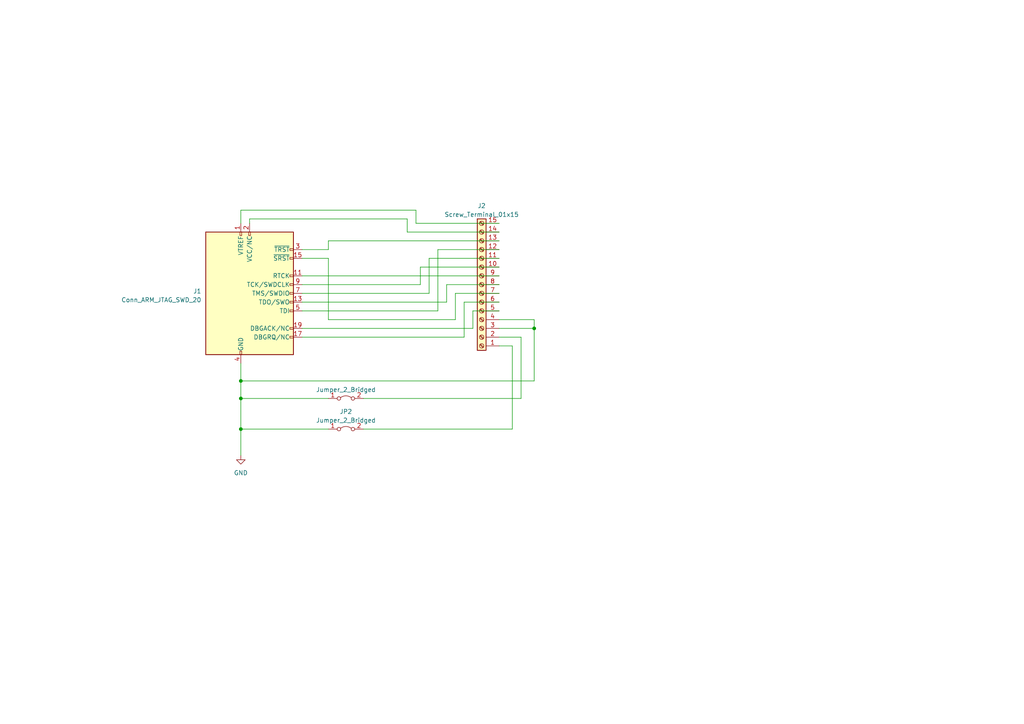
<source format=kicad_sch>
(kicad_sch (version 20230121) (generator eeschema)
  (paper "A4")
  (lib_symbols
    (symbol "Connector:Conn_ARM_JTAG_SWD_20" (pin_names (offset 1.016))
      (property "Reference" "J" (at -5.08 21.59 0))
      (property "Value" "Conn_ARM_JTAG_SWD_20" (at -5.08 19.05 0))
      (symbol "Conn_ARM_JTAG_SWD_20_0_1"
        (rectangle (start -12.7 17.78) (end 12.7 -17.78) (stroke (width 0.254)) (fill (type background)))
        (rectangle (start -2.794 -17.78) (end -2.286 -16.764))
        (rectangle (start -2.794 17.78) (end -2.286 16.764))
        (rectangle (start -0.254 17.78) (end 0.254 16.764))
        (rectangle (start 11.684 2.286) (end 12.7 2.794))
        (rectangle (start 12.7 -12.446) (end 11.684 -12.954))
        (rectangle (start 12.7 -9.906) (end 11.684 -10.414))
        (rectangle (start 12.7 -2.794) (end 11.684 -2.286))
        (rectangle (start 12.7 -0.254) (end 11.684 0.254))
        (rectangle (start 12.7 4.826) (end 11.684 5.334))
        (rectangle (start 12.7 10.414) (end 11.684 9.906))
        (rectangle (start 12.7 12.954) (end 11.684 12.446))
      )
      (symbol "Conn_ARM_JTAG_SWD_20_1_1"
        (rectangle (start 11.684 -5.334) (end 12.7 -4.826))
        (pin power_in line (at -2.54 20.32 270) (length 2.54) (name "VTREF") (number "1"))
        (pin passive line (at -2.54 -20.32 90) (length 2.54) hide (name "GND") (number "10"))
        (pin input line (at 15.24 5.08 180) (length 2.54) (name "RTCK") (number "11"))
        (pin passive line (at -2.54 -20.32 90) (length 2.54) hide (name "GND") (number "12"))
        (pin input line (at 15.24 -2.54 180) (length 2.54) (name "TDO/SWO") (number "13"))
        (pin passive line (at -2.54 -20.32 90) (length 2.54) hide (name "GND") (number "14"))
        (pin bidirectional line (at 15.24 10.16 180) (length 2.54) (name "~{SRST}") (number "15"))
        (pin passive line (at -2.54 -20.32 90) (length 2.54) hide (name "GND") (number "16"))
        (pin output line (at 15.24 -12.7 180) (length 2.54) (name "DBGRQ/NC") (number "17"))
        (pin passive line (at -2.54 -20.32 90) (length 2.54) hide (name "GND") (number "18"))
        (pin input line (at 15.24 -10.16 180) (length 2.54) (name "DBGACK/NC") (number "19"))
        (pin power_in line (at 0 20.32 270) (length 2.54) (name "VCC/NC") (number "2"))
        (pin passive line (at -2.54 -20.32 90) (length 2.54) hide (name "GND") (number "20"))
        (pin output line (at 15.24 12.7 180) (length 2.54) (name "~{TRST}") (number "3"))
        (pin power_in line (at -2.54 -20.32 90) (length 2.54) (name "GND") (number "4"))
        (pin output line (at 15.24 -5.08 180) (length 2.54) (name "TDI") (number "5"))
        (pin passive line (at -2.54 -20.32 90) (length 2.54) hide (name "GND") (number "6"))
        (pin output line (at 15.24 0 180) (length 2.54) (name "TMS/SWDIO") (number "7"))
        (pin passive line (at -2.54 -20.32 90) (length 2.54) hide (name "GND") (number "8"))
        (pin output line (at 15.24 2.54 180) (length 2.54) (name "TCK/SWDCLK") (number "9"))
      )
    )
    (symbol "Connector:Screw_Terminal_01x15" (pin_names (offset 1.016) hide)
      (property "Reference" "J" (at 0 20.32 0))
      (property "Value" "Screw_Terminal_01x15" (at 0 -20.32 0))
      (symbol "Screw_Terminal_01x15_1_1"
        (rectangle (start -1.27 19.05) (end 1.27 -19.05) (stroke (width 0.254)) (fill (type background)))
        (circle (center 0 -17.78) (radius 0.635) (stroke (width 0.1524)))
        (circle (center 0 -15.24) (radius 0.635) (stroke (width 0.1524)))
        (circle (center 0 -12.7) (radius 0.635) (stroke (width 0.1524)))
        (circle (center 0 -10.16) (radius 0.635) (stroke (width 0.1524)))
        (circle (center 0 -7.62) (radius 0.635) (stroke (width 0.1524)))
        (circle (center 0 -5.08) (radius 0.635) (stroke (width 0.1524)))
        (circle (center 0 -2.54) (radius 0.635) (stroke (width 0.1524)))
        (polyline (pts (xy -0.5334 -17.4498) (xy 0.3302 -18.288)) (stroke (width 0.1524)))
        (polyline (pts (xy -0.5334 -14.9098) (xy 0.3302 -15.748)) (stroke (width 0.1524)))
        (polyline (pts (xy -0.5334 -12.3698) (xy 0.3302 -13.208)) (stroke (width 0.1524)))
        (polyline (pts (xy -0.5334 -9.8298) (xy 0.3302 -10.668)) (stroke (width 0.1524)))
        (polyline (pts (xy -0.5334 -7.2898) (xy 0.3302 -8.128)) (stroke (width 0.1524)))
        (polyline (pts (xy -0.5334 -4.7498) (xy 0.3302 -5.588)) (stroke (width 0.1524)))
        (polyline (pts (xy -0.5334 -2.2098) (xy 0.3302 -3.048)) (stroke (width 0.1524)))
        (polyline (pts (xy -0.5334 0.3302) (xy 0.3302 -0.508)) (stroke (width 0.1524)))
        (polyline (pts (xy -0.5334 2.8702) (xy 0.3302 2.032)) (stroke (width 0.1524)))
        (polyline (pts (xy -0.5334 5.4102) (xy 0.3302 4.572)) (stroke (width 0.1524)))
        (polyline (pts (xy -0.5334 7.9502) (xy 0.3302 7.112)) (stroke (width 0.1524)))
        (polyline (pts (xy -0.5334 10.4902) (xy 0.3302 9.652)) (stroke (width 0.1524)))
        (polyline (pts (xy -0.5334 13.0302) (xy 0.3302 12.192)) (stroke (width 0.1524)))
        (polyline (pts (xy -0.5334 15.5702) (xy 0.3302 14.732)) (stroke (width 0.1524)))
        (polyline (pts (xy -0.5334 18.1102) (xy 0.3302 17.272)) (stroke (width 0.1524)))
        (polyline (pts (xy -0.3556 -17.272) (xy 0.508 -18.1102)) (stroke (width 0.1524)))
        (polyline (pts (xy -0.3556 -14.732) (xy 0.508 -15.5702)) (stroke (width 0.1524)))
        (polyline (pts (xy -0.3556 -12.192) (xy 0.508 -13.0302)) (stroke (width 0.1524)))
        (polyline (pts (xy -0.3556 -9.652) (xy 0.508 -10.4902)) (stroke (width 0.1524)))
        (polyline (pts (xy -0.3556 -7.112) (xy 0.508 -7.9502)) (stroke (width 0.1524)))
        (polyline (pts (xy -0.3556 -4.572) (xy 0.508 -5.4102)) (stroke (width 0.1524)))
        (polyline (pts (xy -0.3556 -2.032) (xy 0.508 -2.8702)) (stroke (width 0.1524)))
        (polyline (pts (xy -0.3556 0.508) (xy 0.508 -0.3302)) (stroke (width 0.1524)))
        (polyline (pts (xy -0.3556 3.048) (xy 0.508 2.2098)) (stroke (width 0.1524)))
        (polyline (pts (xy -0.3556 5.588) (xy 0.508 4.7498)) (stroke (width 0.1524)))
        (polyline (pts (xy -0.3556 8.128) (xy 0.508 7.2898)) (stroke (width 0.1524)))
        (polyline (pts (xy -0.3556 10.668) (xy 0.508 9.8298)) (stroke (width 0.1524)))
        (polyline (pts (xy -0.3556 13.208) (xy 0.508 12.3698)) (stroke (width 0.1524)))
        (polyline (pts (xy -0.3556 15.748) (xy 0.508 14.9098)) (stroke (width 0.1524)))
        (polyline (pts (xy -0.3556 18.288) (xy 0.508 17.4498)) (stroke (width 0.1524)))
        (circle (center 0 0) (radius 0.635) (stroke (width 0.1524)))
        (circle (center 0 2.54) (radius 0.635) (stroke (width 0.1524)))
        (circle (center 0 5.08) (radius 0.635) (stroke (width 0.1524)))
        (circle (center 0 7.62) (radius 0.635) (stroke (width 0.1524)))
        (circle (center 0 10.16) (radius 0.635) (stroke (width 0.1524)))
        (circle (center 0 12.7) (radius 0.635) (stroke (width 0.1524)))
        (circle (center 0 15.24) (radius 0.635) (stroke (width 0.1524)))
        (circle (center 0 17.78) (radius 0.635) (stroke (width 0.1524)))
        (pin passive line (at -5.08 17.78 0) (length 3.81) (name "Pin_1") (number "1"))
        (pin passive line (at -5.08 -5.08 0) (length 3.81) (name "Pin_10") (number "10"))
        (pin passive line (at -5.08 -7.62 0) (length 3.81) (name "Pin_11") (number "11"))
        (pin passive line (at -5.08 -10.16 0) (length 3.81) (name "Pin_12") (number "12"))
        (pin passive line (at -5.08 -12.7 0) (length 3.81) (name "Pin_13") (number "13"))
        (pin passive line (at -5.08 -15.24 0) (length 3.81) (name "Pin_14") (number "14"))
        (pin passive line (at -5.08 -17.78 0) (length 3.81) (name "Pin_15") (number "15"))
        (pin passive line (at -5.08 15.24 0) (length 3.81) (name "Pin_2") (number "2"))
        (pin passive line (at -5.08 12.7 0) (length 3.81) (name "Pin_3") (number "3"))
        (pin passive line (at -5.08 10.16 0) (length 3.81) (name "Pin_4") (number "4"))
        (pin passive line (at -5.08 7.62 0) (length 3.81) (name "Pin_5") (number "5"))
        (pin passive line (at -5.08 5.08 0) (length 3.81) (name "Pin_6") (number "6"))
        (pin passive line (at -5.08 2.54 0) (length 3.81) (name "Pin_7") (number "7"))
        (pin passive line (at -5.08 0 0) (length 3.81) (name "Pin_8") (number "8"))
        (pin passive line (at -5.08 -2.54 0) (length 3.81) (name "Pin_9") (number "9"))
      )
    )
    (symbol "Jumper:Jumper_2_Bridged" (pin_names (offset 0) hide)
      (property "Reference" "JP" (at 0 1.905 0))
      (property "Value" "Jumper_2_Bridged" (at 0 -2.54 0))
      (symbol "Jumper_2_Bridged_0_0"
        (circle (center -2.032 0) (radius 0.508))
        (circle (center 2.032 0) (radius 0.508))
      )
      (symbol "Jumper_2_Bridged_0_1"
        (arc (start 1.524 0.254) (mid 0 0.762) (end -1.524 0.254))
      )
      (symbol "Jumper_2_Bridged_1_1"
        (pin passive line (at -5.08 0 0) (length 2.54) (name "A") (number "1"))
        (pin passive line (at 5.08 0 180) (length 2.54) (name "B") (number "2"))
      )
    )
    (symbol "power:GND" (power) (pin_names (offset 0))
      (property "Value" "GND" (at 0 -3.81 0))
      (symbol "GND_0_1"
        (polyline (pts (xy 0 0) (xy 0 -1.27) (xy 1.27 -1.27) (xy 0 -2.54) (xy -1.27 -1.27) (xy 0 -1.27)))
      )
      (symbol "GND_1_1"
        (pin power_in line (at 0 0 270) (length 0) hide (name "GND") (number "1"))
      )
    )
  )
  (junction (at 69.85 115.57))
  (junction (at 154.94 95.25))
  (junction (at 69.85 110.49))
  (junction (at 69.85 124.46))
  (wire (pts (xy 151.13 115.57) (xy 105.41 115.57)))
  (wire (pts (xy 87.63 74.93) (xy 95.25 74.93)))
  (wire (pts (xy 124.46 74.93) (xy 144.78 74.93)))
  (wire (pts (xy 95.25 115.57) (xy 69.85 115.57)))
  (wire (pts (xy 129.54 82.55) (xy 129.54 87.63)))
  (wire (pts (xy 69.85 124.46) (xy 69.85 132.08)))
  (wire (pts (xy 69.85 124.46) (xy 95.25 124.46)))
  (wire (pts (xy 87.63 85.09) (xy 124.46 85.09)))
  (wire (pts (xy 95.25 69.85) (xy 144.78 69.85)))
  (wire (pts (xy 144.78 87.63) (xy 134.62 87.63)))
  (wire (pts (xy 137.16 95.25) (xy 137.16 90.17)))
  (wire (pts (xy 151.13 97.79) (xy 151.13 115.57)))
  (wire (pts (xy 127 90.17) (xy 127 72.39)))
  (wire (pts (xy 72.39 64.77) (xy 72.39 63.5)))
  (wire (pts (xy 148.59 100.33) (xy 148.59 124.46)))
  (wire (pts (xy 148.59 124.46) (xy 105.41 124.46)))
  (wire (pts (xy 134.62 87.63) (xy 134.62 97.79)))
  (wire (pts (xy 129.54 87.63) (xy 87.63 87.63)))
  (wire (pts (xy 69.85 60.96) (xy 69.85 64.77)))
  (wire (pts (xy 87.63 97.79) (xy 134.62 97.79)))
  (wire (pts (xy 95.25 72.39) (xy 95.25 69.85)))
  (wire (pts (xy 69.85 105.41) (xy 69.85 110.49)))
  (wire (pts (xy 144.78 92.71) (xy 154.94 92.71)))
  (wire (pts (xy 132.08 92.71) (xy 132.08 85.09)))
  (wire (pts (xy 118.11 63.5) (xy 118.11 67.31)))
  (wire (pts (xy 87.63 72.39) (xy 95.25 72.39)))
  (wire (pts (xy 121.92 82.55) (xy 121.92 77.47)))
  (wire (pts (xy 87.63 95.25) (xy 137.16 95.25)))
  (wire (pts (xy 120.65 60.96) (xy 69.85 60.96)))
  (wire (pts (xy 144.78 64.77) (xy 120.65 64.77)))
  (wire (pts (xy 87.63 82.55) (xy 121.92 82.55)))
  (wire (pts (xy 121.92 77.47) (xy 144.78 77.47)))
  (wire (pts (xy 154.94 92.71) (xy 154.94 95.25)))
  (wire (pts (xy 144.78 97.79) (xy 151.13 97.79)))
  (wire (pts (xy 95.25 74.93) (xy 95.25 92.71)))
  (wire (pts (xy 95.25 92.71) (xy 132.08 92.71)))
  (wire (pts (xy 124.46 85.09) (xy 124.46 74.93)))
  (wire (pts (xy 120.65 64.77) (xy 120.65 60.96)))
  (wire (pts (xy 72.39 63.5) (xy 118.11 63.5)))
  (wire (pts (xy 69.85 115.57) (xy 69.85 124.46)))
  (wire (pts (xy 132.08 85.09) (xy 144.78 85.09)))
  (wire (pts (xy 144.78 95.25) (xy 154.94 95.25)))
  (wire (pts (xy 87.63 80.01) (xy 144.78 80.01)))
  (wire (pts (xy 118.11 67.31) (xy 144.78 67.31)))
  (wire (pts (xy 144.78 100.33) (xy 148.59 100.33)))
  (wire (pts (xy 87.63 90.17) (xy 127 90.17)))
  (wire (pts (xy 154.94 110.49) (xy 69.85 110.49)))
  (wire (pts (xy 137.16 90.17) (xy 144.78 90.17)))
  (wire (pts (xy 69.85 110.49) (xy 69.85 115.57)))
  (wire (pts (xy 154.94 95.25) (xy 154.94 110.49)))
  (wire (pts (xy 127 72.39) (xy 144.78 72.39)))
  (wire (pts (xy 144.78 82.55) (xy 129.54 82.55)))
  (symbol (lib_id "Jumper:Jumper_2_Bridged") (at 100.33 115.57 0) (unit 1)
    (property "Reference" "JP1" (effects hide))
    (property "Value" "Jumper_2_Bridged" (at 100.33 113.03 0))
    (property "Footprint" "Connector_PinHeader_2.54mm:PinHeader_1x02_P2.54mm_Vertical" (effects hide))
  )
  (symbol (lib_id "power:GND") (at 69.85 132.08 0) (unit 1)
    (property "Reference" "#PWR01" (effects hide))
    (property "Value" "GND" (at 69.85 137.16 0))
  )
  (symbol (lib_id "Connector:Screw_Terminal_01x15") (at 139.7 82.55 180) (unit 1)
    (property "Reference" "J2" (at 139.7 59.69 0))
    (property "Value" "Screw_Terminal_01x15" (at 139.7 62.23 0))
    (property "Footprint" "TerminalBlock_Phoenix:TerminalBlock_Phoenix_MKDS-1,5-15_1x15_P5.00mm_Horizontal" (effects hide))
  )
  (symbol (lib_id "Jumper:Jumper_2_Bridged") (at 100.33 124.46 0) (unit 1)
    (property "Reference" "JP2" (at 100.33 119.38 0))
    (property "Value" "Jumper_2_Bridged" (at 100.33 121.92 0))
    (property "Footprint" "Connector_PinHeader_2.54mm:PinHeader_1x02_P2.54mm_Vertical" (effects hide))
  )
  (symbol (lib_id "Connector:Conn_ARM_JTAG_SWD_20") (at 72.39 85.09 0) (unit 1)
    (property "Reference" "J1" (at 58.42 84.455 0) (effects (justify right)))
    (property "Value" "Conn_ARM_JTAG_SWD_20" (at 58.42 86.995 0) (effects (justify right)))
    (property "Footprint" "Connector_IDC:IDC-Header_2x10_P2.54mm_Horizontal" (effects hide))
    (property "Datasheet" "http://infocenter.arm.com/help/topic/com.arm.doc.dui0499b/DUI0499B_system_design_reference.pdf" (effects hide))
  )
)
</source>
